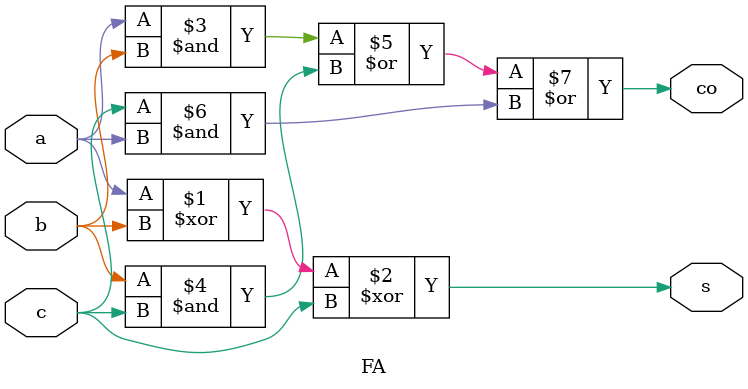
<source format=v>
`timescale 1ns / 1ps

module FA(input a,b,c, output s,co );
assign s = a^b^c;
assign co = (a&b) | (b&c) | (c&a);

endmodule


</source>
